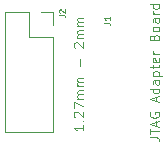
<source format=gbr>
%TF.GenerationSoftware,KiCad,Pcbnew,7.0.6*%
%TF.CreationDate,2025-02-23T16:11:35-08:00*%
%TF.ProjectId,jtag_adapter,6a746167-5f61-4646-9170-7465722e6b69,rev?*%
%TF.SameCoordinates,Original*%
%TF.FileFunction,Legend,Top*%
%TF.FilePolarity,Positive*%
%FSLAX46Y46*%
G04 Gerber Fmt 4.6, Leading zero omitted, Abs format (unit mm)*
G04 Created by KiCad (PCBNEW 7.0.6) date 2025-02-23 16:11:35*
%MOMM*%
%LPD*%
G01*
G04 APERTURE LIST*
%ADD10C,0.125000*%
%ADD11C,0.120000*%
G04 APERTURE END LIST*
D10*
X82332560Y-80979554D02*
X82903988Y-80979554D01*
X82903988Y-80979554D02*
X83018274Y-81017649D01*
X83018274Y-81017649D02*
X83094465Y-81093840D01*
X83094465Y-81093840D02*
X83132560Y-81208125D01*
X83132560Y-81208125D02*
X83132560Y-81284316D01*
X82332560Y-80712887D02*
X82332560Y-80255744D01*
X83132560Y-80484316D02*
X82332560Y-80484316D01*
X82903988Y-80027173D02*
X82903988Y-79646220D01*
X83132560Y-80103363D02*
X82332560Y-79836696D01*
X82332560Y-79836696D02*
X83132560Y-79570030D01*
X82370655Y-78884316D02*
X82332560Y-78960506D01*
X82332560Y-78960506D02*
X82332560Y-79074792D01*
X82332560Y-79074792D02*
X82370655Y-79189078D01*
X82370655Y-79189078D02*
X82446845Y-79265268D01*
X82446845Y-79265268D02*
X82523036Y-79303363D01*
X82523036Y-79303363D02*
X82675417Y-79341459D01*
X82675417Y-79341459D02*
X82789703Y-79341459D01*
X82789703Y-79341459D02*
X82942084Y-79303363D01*
X82942084Y-79303363D02*
X83018274Y-79265268D01*
X83018274Y-79265268D02*
X83094465Y-79189078D01*
X83094465Y-79189078D02*
X83132560Y-79074792D01*
X83132560Y-79074792D02*
X83132560Y-78998601D01*
X83132560Y-78998601D02*
X83094465Y-78884316D01*
X83094465Y-78884316D02*
X83056369Y-78846220D01*
X83056369Y-78846220D02*
X82789703Y-78846220D01*
X82789703Y-78846220D02*
X82789703Y-78998601D01*
X82903988Y-77931935D02*
X82903988Y-77550982D01*
X83132560Y-78008125D02*
X82332560Y-77741458D01*
X82332560Y-77741458D02*
X83132560Y-77474792D01*
X83132560Y-76865268D02*
X82332560Y-76865268D01*
X83094465Y-76865268D02*
X83132560Y-76941459D01*
X83132560Y-76941459D02*
X83132560Y-77093840D01*
X83132560Y-77093840D02*
X83094465Y-77170030D01*
X83094465Y-77170030D02*
X83056369Y-77208125D01*
X83056369Y-77208125D02*
X82980179Y-77246221D01*
X82980179Y-77246221D02*
X82751607Y-77246221D01*
X82751607Y-77246221D02*
X82675417Y-77208125D01*
X82675417Y-77208125D02*
X82637322Y-77170030D01*
X82637322Y-77170030D02*
X82599226Y-77093840D01*
X82599226Y-77093840D02*
X82599226Y-76941459D01*
X82599226Y-76941459D02*
X82637322Y-76865268D01*
X83132560Y-76141458D02*
X82713512Y-76141458D01*
X82713512Y-76141458D02*
X82637322Y-76179553D01*
X82637322Y-76179553D02*
X82599226Y-76255744D01*
X82599226Y-76255744D02*
X82599226Y-76408125D01*
X82599226Y-76408125D02*
X82637322Y-76484315D01*
X83094465Y-76141458D02*
X83132560Y-76217649D01*
X83132560Y-76217649D02*
X83132560Y-76408125D01*
X83132560Y-76408125D02*
X83094465Y-76484315D01*
X83094465Y-76484315D02*
X83018274Y-76522411D01*
X83018274Y-76522411D02*
X82942084Y-76522411D01*
X82942084Y-76522411D02*
X82865893Y-76484315D01*
X82865893Y-76484315D02*
X82827798Y-76408125D01*
X82827798Y-76408125D02*
X82827798Y-76217649D01*
X82827798Y-76217649D02*
X82789703Y-76141458D01*
X82599226Y-75760505D02*
X83399226Y-75760505D01*
X82637322Y-75760505D02*
X82599226Y-75684315D01*
X82599226Y-75684315D02*
X82599226Y-75531934D01*
X82599226Y-75531934D02*
X82637322Y-75455743D01*
X82637322Y-75455743D02*
X82675417Y-75417648D01*
X82675417Y-75417648D02*
X82751607Y-75379553D01*
X82751607Y-75379553D02*
X82980179Y-75379553D01*
X82980179Y-75379553D02*
X83056369Y-75417648D01*
X83056369Y-75417648D02*
X83094465Y-75455743D01*
X83094465Y-75455743D02*
X83132560Y-75531934D01*
X83132560Y-75531934D02*
X83132560Y-75684315D01*
X83132560Y-75684315D02*
X83094465Y-75760505D01*
X82599226Y-75150981D02*
X82599226Y-74846219D01*
X82332560Y-75036695D02*
X83018274Y-75036695D01*
X83018274Y-75036695D02*
X83094465Y-74998600D01*
X83094465Y-74998600D02*
X83132560Y-74922410D01*
X83132560Y-74922410D02*
X83132560Y-74846219D01*
X83094465Y-74274790D02*
X83132560Y-74350981D01*
X83132560Y-74350981D02*
X83132560Y-74503362D01*
X83132560Y-74503362D02*
X83094465Y-74579552D01*
X83094465Y-74579552D02*
X83018274Y-74617648D01*
X83018274Y-74617648D02*
X82713512Y-74617648D01*
X82713512Y-74617648D02*
X82637322Y-74579552D01*
X82637322Y-74579552D02*
X82599226Y-74503362D01*
X82599226Y-74503362D02*
X82599226Y-74350981D01*
X82599226Y-74350981D02*
X82637322Y-74274790D01*
X82637322Y-74274790D02*
X82713512Y-74236695D01*
X82713512Y-74236695D02*
X82789703Y-74236695D01*
X82789703Y-74236695D02*
X82865893Y-74617648D01*
X83132560Y-73893838D02*
X82599226Y-73893838D01*
X82751607Y-73893838D02*
X82675417Y-73855743D01*
X82675417Y-73855743D02*
X82637322Y-73817648D01*
X82637322Y-73817648D02*
X82599226Y-73741457D01*
X82599226Y-73741457D02*
X82599226Y-73665267D01*
X82713512Y-72522410D02*
X82751607Y-72408124D01*
X82751607Y-72408124D02*
X82789703Y-72370029D01*
X82789703Y-72370029D02*
X82865893Y-72331933D01*
X82865893Y-72331933D02*
X82980179Y-72331933D01*
X82980179Y-72331933D02*
X83056369Y-72370029D01*
X83056369Y-72370029D02*
X83094465Y-72408124D01*
X83094465Y-72408124D02*
X83132560Y-72484314D01*
X83132560Y-72484314D02*
X83132560Y-72789076D01*
X83132560Y-72789076D02*
X82332560Y-72789076D01*
X82332560Y-72789076D02*
X82332560Y-72522410D01*
X82332560Y-72522410D02*
X82370655Y-72446219D01*
X82370655Y-72446219D02*
X82408750Y-72408124D01*
X82408750Y-72408124D02*
X82484941Y-72370029D01*
X82484941Y-72370029D02*
X82561131Y-72370029D01*
X82561131Y-72370029D02*
X82637322Y-72408124D01*
X82637322Y-72408124D02*
X82675417Y-72446219D01*
X82675417Y-72446219D02*
X82713512Y-72522410D01*
X82713512Y-72522410D02*
X82713512Y-72789076D01*
X83132560Y-71874791D02*
X83094465Y-71950981D01*
X83094465Y-71950981D02*
X83056369Y-71989076D01*
X83056369Y-71989076D02*
X82980179Y-72027172D01*
X82980179Y-72027172D02*
X82751607Y-72027172D01*
X82751607Y-72027172D02*
X82675417Y-71989076D01*
X82675417Y-71989076D02*
X82637322Y-71950981D01*
X82637322Y-71950981D02*
X82599226Y-71874791D01*
X82599226Y-71874791D02*
X82599226Y-71760505D01*
X82599226Y-71760505D02*
X82637322Y-71684314D01*
X82637322Y-71684314D02*
X82675417Y-71646219D01*
X82675417Y-71646219D02*
X82751607Y-71608124D01*
X82751607Y-71608124D02*
X82980179Y-71608124D01*
X82980179Y-71608124D02*
X83056369Y-71646219D01*
X83056369Y-71646219D02*
X83094465Y-71684314D01*
X83094465Y-71684314D02*
X83132560Y-71760505D01*
X83132560Y-71760505D02*
X83132560Y-71874791D01*
X83132560Y-70922409D02*
X82713512Y-70922409D01*
X82713512Y-70922409D02*
X82637322Y-70960504D01*
X82637322Y-70960504D02*
X82599226Y-71036695D01*
X82599226Y-71036695D02*
X82599226Y-71189076D01*
X82599226Y-71189076D02*
X82637322Y-71265266D01*
X83094465Y-70922409D02*
X83132560Y-70998600D01*
X83132560Y-70998600D02*
X83132560Y-71189076D01*
X83132560Y-71189076D02*
X83094465Y-71265266D01*
X83094465Y-71265266D02*
X83018274Y-71303362D01*
X83018274Y-71303362D02*
X82942084Y-71303362D01*
X82942084Y-71303362D02*
X82865893Y-71265266D01*
X82865893Y-71265266D02*
X82827798Y-71189076D01*
X82827798Y-71189076D02*
X82827798Y-70998600D01*
X82827798Y-70998600D02*
X82789703Y-70922409D01*
X83132560Y-70541456D02*
X82599226Y-70541456D01*
X82751607Y-70541456D02*
X82675417Y-70503361D01*
X82675417Y-70503361D02*
X82637322Y-70465266D01*
X82637322Y-70465266D02*
X82599226Y-70389075D01*
X82599226Y-70389075D02*
X82599226Y-70312885D01*
X83132560Y-69703361D02*
X82332560Y-69703361D01*
X83094465Y-69703361D02*
X83132560Y-69779552D01*
X83132560Y-69779552D02*
X83132560Y-69931933D01*
X83132560Y-69931933D02*
X83094465Y-70008123D01*
X83094465Y-70008123D02*
X83056369Y-70046218D01*
X83056369Y-70046218D02*
X82980179Y-70084314D01*
X82980179Y-70084314D02*
X82751607Y-70084314D01*
X82751607Y-70084314D02*
X82675417Y-70046218D01*
X82675417Y-70046218D02*
X82637322Y-70008123D01*
X82637322Y-70008123D02*
X82599226Y-69931933D01*
X82599226Y-69931933D02*
X82599226Y-69779552D01*
X82599226Y-69779552D02*
X82637322Y-69703361D01*
X76730595Y-79953240D02*
X76730595Y-80410383D01*
X76730595Y-80181811D02*
X75930595Y-80181811D01*
X75930595Y-80181811D02*
X76044880Y-80258002D01*
X76044880Y-80258002D02*
X76121071Y-80334192D01*
X76121071Y-80334192D02*
X76159166Y-80410383D01*
X76654404Y-79610382D02*
X76692500Y-79572287D01*
X76692500Y-79572287D02*
X76730595Y-79610382D01*
X76730595Y-79610382D02*
X76692500Y-79648478D01*
X76692500Y-79648478D02*
X76654404Y-79610382D01*
X76654404Y-79610382D02*
X76730595Y-79610382D01*
X76006785Y-79267526D02*
X75968690Y-79229430D01*
X75968690Y-79229430D02*
X75930595Y-79153240D01*
X75930595Y-79153240D02*
X75930595Y-78962764D01*
X75930595Y-78962764D02*
X75968690Y-78886573D01*
X75968690Y-78886573D02*
X76006785Y-78848478D01*
X76006785Y-78848478D02*
X76082976Y-78810383D01*
X76082976Y-78810383D02*
X76159166Y-78810383D01*
X76159166Y-78810383D02*
X76273452Y-78848478D01*
X76273452Y-78848478D02*
X76730595Y-79305621D01*
X76730595Y-79305621D02*
X76730595Y-78810383D01*
X75930595Y-78543716D02*
X75930595Y-78010382D01*
X75930595Y-78010382D02*
X76730595Y-78353240D01*
X76730595Y-77705620D02*
X76197261Y-77705620D01*
X76273452Y-77705620D02*
X76235357Y-77667525D01*
X76235357Y-77667525D02*
X76197261Y-77591335D01*
X76197261Y-77591335D02*
X76197261Y-77477049D01*
X76197261Y-77477049D02*
X76235357Y-77400858D01*
X76235357Y-77400858D02*
X76311547Y-77362763D01*
X76311547Y-77362763D02*
X76730595Y-77362763D01*
X76311547Y-77362763D02*
X76235357Y-77324668D01*
X76235357Y-77324668D02*
X76197261Y-77248477D01*
X76197261Y-77248477D02*
X76197261Y-77134192D01*
X76197261Y-77134192D02*
X76235357Y-77058001D01*
X76235357Y-77058001D02*
X76311547Y-77019906D01*
X76311547Y-77019906D02*
X76730595Y-77019906D01*
X76730595Y-76638953D02*
X76197261Y-76638953D01*
X76273452Y-76638953D02*
X76235357Y-76600858D01*
X76235357Y-76600858D02*
X76197261Y-76524668D01*
X76197261Y-76524668D02*
X76197261Y-76410382D01*
X76197261Y-76410382D02*
X76235357Y-76334191D01*
X76235357Y-76334191D02*
X76311547Y-76296096D01*
X76311547Y-76296096D02*
X76730595Y-76296096D01*
X76311547Y-76296096D02*
X76235357Y-76258001D01*
X76235357Y-76258001D02*
X76197261Y-76181810D01*
X76197261Y-76181810D02*
X76197261Y-76067525D01*
X76197261Y-76067525D02*
X76235357Y-75991334D01*
X76235357Y-75991334D02*
X76311547Y-75953239D01*
X76311547Y-75953239D02*
X76730595Y-75953239D01*
X76425833Y-74962762D02*
X76425833Y-74353239D01*
X76006785Y-73400858D02*
X75968690Y-73362762D01*
X75968690Y-73362762D02*
X75930595Y-73286572D01*
X75930595Y-73286572D02*
X75930595Y-73096096D01*
X75930595Y-73096096D02*
X75968690Y-73019905D01*
X75968690Y-73019905D02*
X76006785Y-72981810D01*
X76006785Y-72981810D02*
X76082976Y-72943715D01*
X76082976Y-72943715D02*
X76159166Y-72943715D01*
X76159166Y-72943715D02*
X76273452Y-72981810D01*
X76273452Y-72981810D02*
X76730595Y-73438953D01*
X76730595Y-73438953D02*
X76730595Y-72943715D01*
X76730595Y-72600857D02*
X76197261Y-72600857D01*
X76273452Y-72600857D02*
X76235357Y-72562762D01*
X76235357Y-72562762D02*
X76197261Y-72486572D01*
X76197261Y-72486572D02*
X76197261Y-72372286D01*
X76197261Y-72372286D02*
X76235357Y-72296095D01*
X76235357Y-72296095D02*
X76311547Y-72258000D01*
X76311547Y-72258000D02*
X76730595Y-72258000D01*
X76311547Y-72258000D02*
X76235357Y-72219905D01*
X76235357Y-72219905D02*
X76197261Y-72143714D01*
X76197261Y-72143714D02*
X76197261Y-72029429D01*
X76197261Y-72029429D02*
X76235357Y-71953238D01*
X76235357Y-71953238D02*
X76311547Y-71915143D01*
X76311547Y-71915143D02*
X76730595Y-71915143D01*
X76730595Y-71534190D02*
X76197261Y-71534190D01*
X76273452Y-71534190D02*
X76235357Y-71496095D01*
X76235357Y-71496095D02*
X76197261Y-71419905D01*
X76197261Y-71419905D02*
X76197261Y-71305619D01*
X76197261Y-71305619D02*
X76235357Y-71229428D01*
X76235357Y-71229428D02*
X76311547Y-71191333D01*
X76311547Y-71191333D02*
X76730595Y-71191333D01*
X76311547Y-71191333D02*
X76235357Y-71153238D01*
X76235357Y-71153238D02*
X76197261Y-71077047D01*
X76197261Y-71077047D02*
X76197261Y-70962762D01*
X76197261Y-70962762D02*
X76235357Y-70886571D01*
X76235357Y-70886571D02*
X76311547Y-70848476D01*
X76311547Y-70848476D02*
X76730595Y-70848476D01*
X74654809Y-70651666D02*
X75011952Y-70651666D01*
X75011952Y-70651666D02*
X75083380Y-70675475D01*
X75083380Y-70675475D02*
X75131000Y-70723094D01*
X75131000Y-70723094D02*
X75154809Y-70794523D01*
X75154809Y-70794523D02*
X75154809Y-70842142D01*
X74702428Y-70437380D02*
X74678619Y-70413571D01*
X74678619Y-70413571D02*
X74654809Y-70365952D01*
X74654809Y-70365952D02*
X74654809Y-70246904D01*
X74654809Y-70246904D02*
X74678619Y-70199285D01*
X74678619Y-70199285D02*
X74702428Y-70175476D01*
X74702428Y-70175476D02*
X74750047Y-70151666D01*
X74750047Y-70151666D02*
X74797666Y-70151666D01*
X74797666Y-70151666D02*
X74869095Y-70175476D01*
X74869095Y-70175476D02*
X75154809Y-70461190D01*
X75154809Y-70461190D02*
X75154809Y-70151666D01*
X78464809Y-71286666D02*
X78821952Y-71286666D01*
X78821952Y-71286666D02*
X78893380Y-71310475D01*
X78893380Y-71310475D02*
X78941000Y-71358094D01*
X78941000Y-71358094D02*
X78964809Y-71429523D01*
X78964809Y-71429523D02*
X78964809Y-71477142D01*
X78964809Y-70786666D02*
X78964809Y-71072380D01*
X78964809Y-70929523D02*
X78464809Y-70929523D01*
X78464809Y-70929523D02*
X78536238Y-70977142D01*
X78536238Y-70977142D02*
X78583857Y-71024761D01*
X78583857Y-71024761D02*
X78607666Y-71072380D01*
D11*
%TO.C,J2*%
X70060000Y-70410000D02*
X70060000Y-80530000D01*
X73120000Y-70410000D02*
X74180000Y-70410000D01*
X70060000Y-80530000D02*
X74180000Y-80530000D01*
X72120000Y-70410000D02*
X72120000Y-72470000D01*
X70060000Y-70410000D02*
X72120000Y-70410000D01*
X72120000Y-72470000D02*
X74180000Y-72470000D01*
X74180000Y-70410000D02*
X74180000Y-71470000D01*
X74180000Y-72470000D02*
X74180000Y-80530000D01*
%TD*%
M02*

</source>
